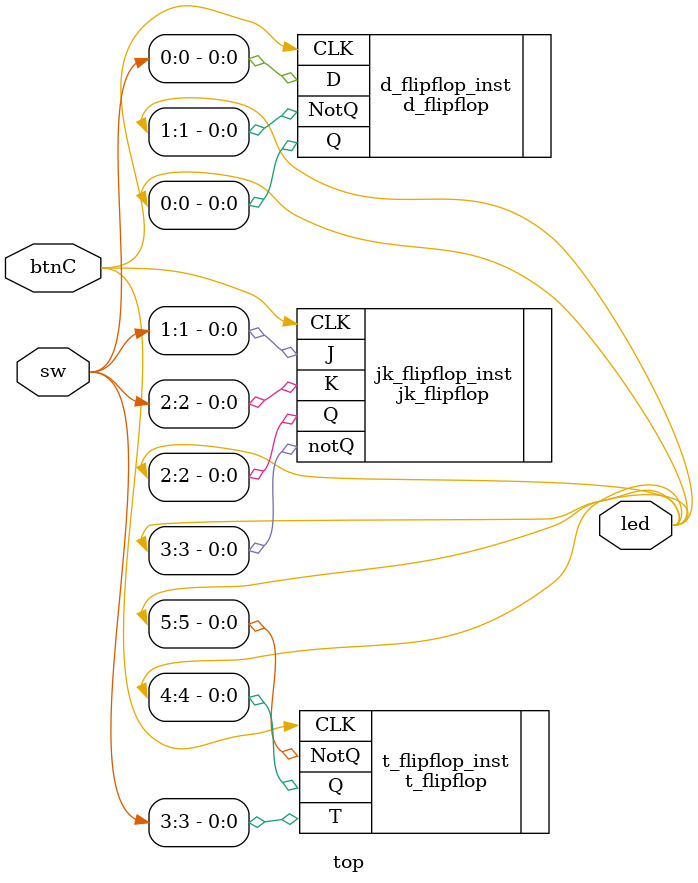
<source format=v>
module top(
    input [3:0] sw,
    input btnC,
    output [5:0] led
);

    d_flipflop d_flipflop_inst (
        .D(sw[0]),
        .CLK(btnC),
        .Q(led[0]),
        .NotQ(led[1])
    );
    
    jk_flipflop jk_flipflop_inst (
         .J(sw[1]),
         .K(sw[2]), 
         .CLK(btnC), 
         .Q(led[2]), 
         .notQ(led[3])
    );
    
    t_flipflop t_flipflop_inst (
        .T(sw[3]),
        .CLK(btnC),
        .Q(led[4]),
        .NotQ(led[5])
    );

endmodule
</source>
